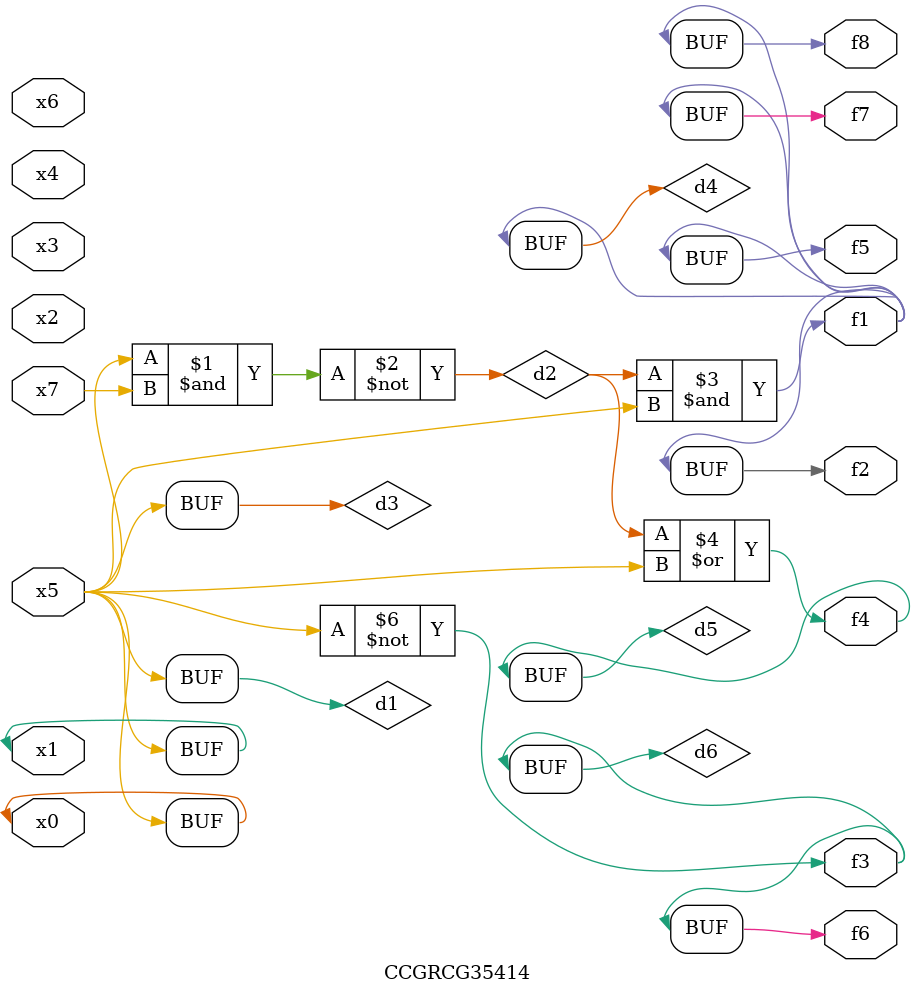
<source format=v>
module CCGRCG35414(
	input x0, x1, x2, x3, x4, x5, x6, x7,
	output f1, f2, f3, f4, f5, f6, f7, f8
);

	wire d1, d2, d3, d4, d5, d6;

	buf (d1, x0, x5);
	nand (d2, x5, x7);
	buf (d3, x0, x1);
	and (d4, d2, d3);
	or (d5, d2, d3);
	nor (d6, d1, d3);
	assign f1 = d4;
	assign f2 = d4;
	assign f3 = d6;
	assign f4 = d5;
	assign f5 = d4;
	assign f6 = d6;
	assign f7 = d4;
	assign f8 = d4;
endmodule

</source>
